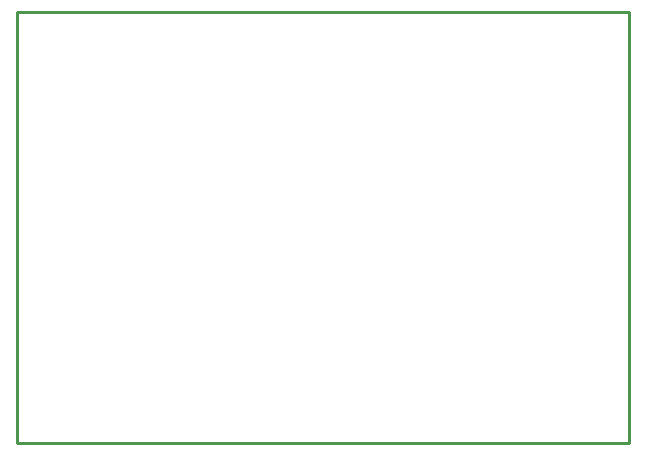
<source format=gko>
G04 Layer: BoardOutline*
G04 EasyEDA v6.2.35, 2019-08-15T18:41:42+02:00*
G04 d928556bf1d54400a7a5e192a75a7165,10119efe1344418d97fa33539d7a4e55,10*
G04 Gerber Generator version 0.2*
G04 Scale: 100 percent, Rotated: No, Reflected: No *
G04 Dimensions in millimeters *
G04 leading zeros omitted , absolute positions ,3 integer and 3 decimal *
%FSLAX33Y33*%
%MOMM*%
G90*
G71D02*

%ADD10C,0.254000*%
G54D10*
G01X635Y36449D02*
G01X51816Y36449D01*
G01X51816Y0D01*
G01X0Y0D01*
G01X0Y36449D01*
G01X635Y36449D01*

%LPD*%
M00*
M02*

</source>
